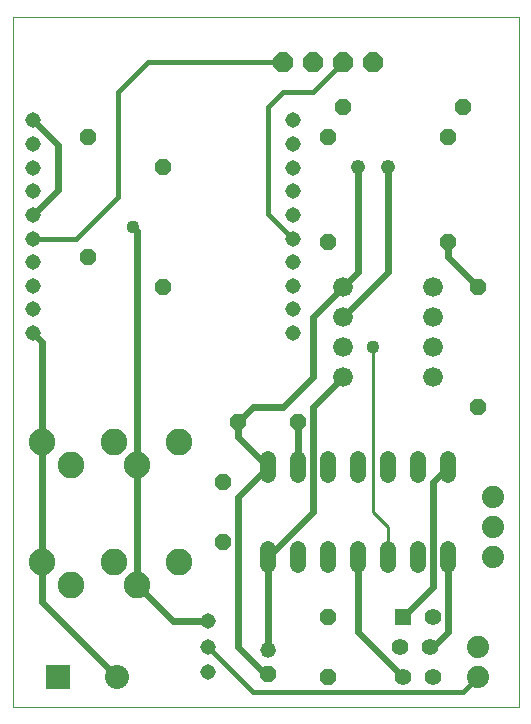
<source format=gbr>
G75*
G70*
%OFA0B0*%
%FSLAX24Y24*%
%IPPOS*%
%LPD*%
%AMOC8*
5,1,8,0,0,1.08239X$1,22.5*
%
%ADD10C,0.0000*%
%ADD11C,0.0660*%
%ADD12C,0.0520*%
%ADD13C,0.0515*%
%ADD14OC8,0.0520*%
%ADD15C,0.0520*%
%ADD16C,0.0476*%
%ADD17C,0.0740*%
%ADD18R,0.0800X0.0800*%
%ADD19C,0.0800*%
%ADD20C,0.0886*%
%ADD21R,0.0554X0.0554*%
%ADD22C,0.0554*%
%ADD23OC8,0.0660*%
%ADD24C,0.0240*%
%ADD25C,0.0436*%
%ADD26C,0.0160*%
%ADD27C,0.0100*%
D10*
X001209Y006289D02*
X001209Y029285D01*
X018080Y029285D01*
X018080Y006289D01*
X001209Y006289D01*
D11*
X012209Y017289D03*
X012209Y018289D03*
X012209Y019289D03*
X012209Y020289D03*
X015209Y020289D03*
X015209Y019289D03*
X015209Y018289D03*
X015209Y017289D03*
D12*
X014709Y014549D02*
X014709Y014029D01*
X013709Y014029D02*
X013709Y014549D01*
X012709Y014549D02*
X012709Y014029D01*
X011709Y014029D02*
X011709Y014549D01*
X010709Y014549D02*
X010709Y014029D01*
X009709Y014029D02*
X009709Y014549D01*
X009709Y011549D02*
X009709Y011029D01*
X010709Y011029D02*
X010709Y011549D01*
X011709Y011549D02*
X011709Y011029D01*
X012709Y011029D02*
X012709Y011549D01*
X013709Y011549D02*
X013709Y011029D01*
X014709Y011029D02*
X014709Y011549D01*
X015709Y011549D02*
X015709Y011029D01*
X015709Y014029D02*
X015709Y014549D01*
D13*
X010540Y018746D03*
X010540Y019533D03*
X010540Y020321D03*
X010540Y021108D03*
X010540Y021895D03*
X010540Y022683D03*
X010540Y023470D03*
X010540Y024258D03*
X010540Y025045D03*
X010540Y025832D03*
X001879Y025832D03*
X001879Y025045D03*
X001879Y024258D03*
X001879Y023470D03*
X001879Y022683D03*
X001879Y021895D03*
X001879Y021108D03*
X001879Y020321D03*
X001879Y019533D03*
X001879Y018746D03*
X007709Y009139D03*
X007709Y008289D03*
X007709Y007439D03*
D14*
X009709Y007389D03*
X011709Y007289D03*
X011709Y009289D03*
X008209Y011789D03*
X008209Y013789D03*
X008709Y015789D03*
X010709Y015789D03*
X011709Y021789D03*
X011709Y025289D03*
X012209Y026289D03*
X015709Y025289D03*
X016209Y026289D03*
X015709Y021789D03*
X016709Y020289D03*
X016709Y016289D03*
X006209Y020289D03*
X006209Y024289D03*
X003709Y025289D03*
X003709Y021289D03*
D15*
X009709Y008189D03*
D16*
X012709Y024289D03*
X013709Y024289D03*
D17*
X017209Y013289D03*
X017209Y012289D03*
X017209Y011289D03*
X016709Y008289D03*
X016709Y007289D03*
D18*
X002709Y007289D03*
D19*
X004678Y007289D03*
D20*
X005351Y010336D03*
X004603Y011124D03*
X003146Y010336D03*
X002182Y011124D03*
X003146Y014336D03*
X002182Y015124D03*
X004603Y015124D03*
X005351Y014336D03*
X006749Y015124D03*
X006749Y011124D03*
D21*
X014209Y009289D03*
D22*
X014109Y008289D03*
X014209Y007289D03*
X015109Y008289D03*
X015209Y009289D03*
X015209Y007289D03*
D23*
X013209Y027789D03*
X012209Y027789D03*
X011209Y027789D03*
X010209Y027789D03*
D24*
X012709Y024289D02*
X012709Y020789D01*
X012209Y020289D01*
X011209Y019289D01*
X011209Y017289D01*
X010209Y016289D01*
X009209Y016289D01*
X008709Y015789D01*
X008709Y015289D01*
X009709Y014289D01*
X008709Y013289D01*
X008709Y008289D01*
X009609Y007389D01*
X009709Y007389D01*
X009709Y008289D02*
X009709Y011289D01*
X011209Y012789D01*
X011209Y016289D01*
X012209Y017289D01*
X012209Y019289D02*
X013709Y020789D01*
X013709Y024289D01*
X015709Y021789D02*
X015709Y021289D01*
X016709Y020289D01*
X015709Y014289D02*
X015209Y013789D01*
X015209Y010289D01*
X014209Y009289D01*
X015209Y008289D02*
X015709Y008789D01*
X015709Y011289D01*
X012709Y008789D02*
X014209Y007289D01*
X012709Y008789D02*
X012709Y011289D01*
X010709Y014289D02*
X010709Y015789D01*
X007709Y009139D02*
X006548Y009139D01*
X005351Y010336D01*
X005351Y014336D01*
X005351Y022147D01*
X005209Y022289D01*
X002709Y023514D02*
X001879Y022683D01*
X002709Y023514D02*
X002709Y025002D01*
X001879Y025832D01*
X001879Y018746D02*
X002182Y018443D01*
X002182Y015124D01*
X002182Y011124D01*
X002182Y009785D01*
X004678Y007289D01*
D25*
X013209Y018289D03*
X005209Y022289D03*
D26*
X004709Y023289D02*
X003316Y021895D01*
X001879Y021895D01*
X004709Y023289D02*
X004709Y026789D01*
X005709Y027789D01*
X010209Y027789D01*
X010209Y026789D02*
X009709Y026289D01*
X009709Y022726D01*
X010540Y021895D01*
X010209Y026789D02*
X011209Y026789D01*
X012209Y027789D01*
X007709Y008289D02*
X009209Y006789D01*
X016209Y006789D01*
X016709Y007289D01*
D27*
X013709Y011289D02*
X013709Y012289D01*
X013209Y012789D01*
X013209Y018289D01*
M02*

</source>
